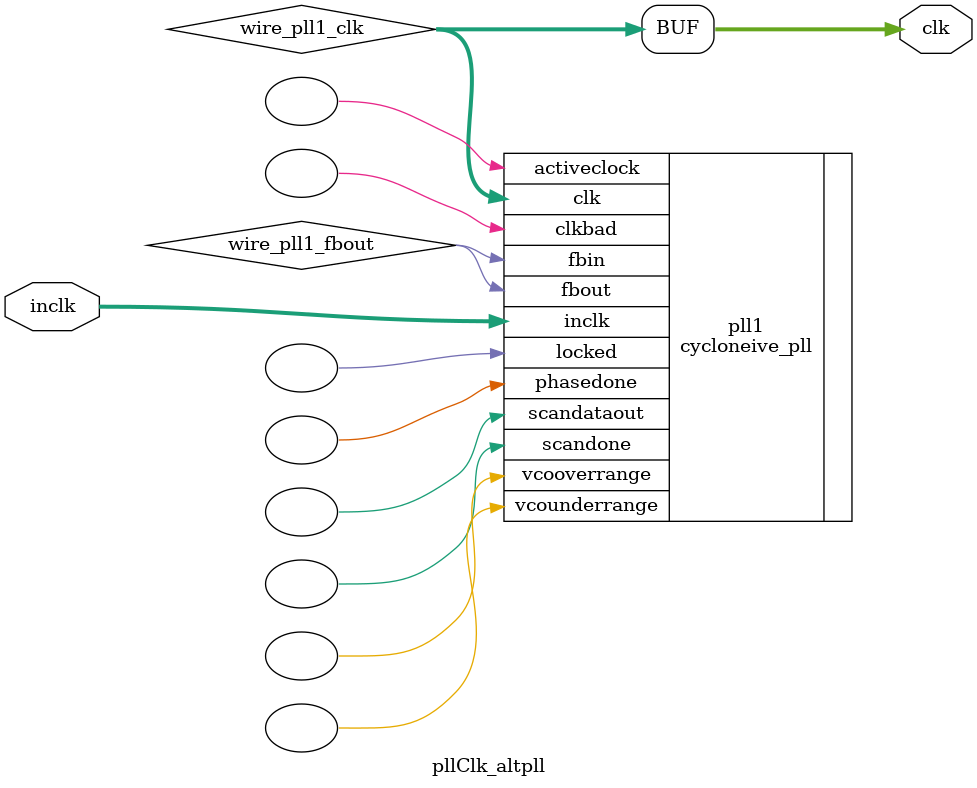
<source format=v>






//synthesis_resources = cycloneive_pll 1 
//synopsys translate_off
`timescale 1 ps / 1 ps
//synopsys translate_on
module  pllClk_altpll
	( 
	clk,
	inclk) /* synthesis synthesis_clearbox=1 */;
	output   [4:0]  clk;
	input   [1:0]  inclk;
`ifndef ALTERA_RESERVED_QIS
// synopsys translate_off
`endif
	tri0   [1:0]  inclk;
`ifndef ALTERA_RESERVED_QIS
// synopsys translate_on
`endif

	wire  [4:0]   wire_pll1_clk;
	wire  wire_pll1_fbout;

	cycloneive_pll   pll1
	( 
	.activeclock(),
	.clk(wire_pll1_clk),
	.clkbad(),
	.fbin(wire_pll1_fbout),
	.fbout(wire_pll1_fbout),
	.inclk(inclk),
	.locked(),
	.phasedone(),
	.scandataout(),
	.scandone(),
	.vcooverrange(),
	.vcounderrange()
	`ifndef FORMAL_VERIFICATION
	// synopsys translate_off
	`endif
	,
	.areset(1'b0),
	.clkswitch(1'b0),
	.configupdate(1'b0),
	.pfdena(1'b1),
	.phasecounterselect({3{1'b0}}),
	.phasestep(1'b0),
	.phaseupdown(1'b0),
	.scanclk(1'b0),
	.scanclkena(1'b1),
	.scandata(1'b0)
	`ifndef FORMAL_VERIFICATION
	// synopsys translate_on
	`endif
	);
	defparam
		pll1.bandwidth_type = "auto",
		pll1.clk0_divide_by = 25,
		pll1.clk0_duty_cycle = 50,
		pll1.clk0_multiply_by = 1,
		pll1.clk0_phase_shift = "0",
		pll1.clk1_divide_by = 25,
		pll1.clk1_duty_cycle = 50,
		pll1.clk1_multiply_by = 1,
		pll1.clk1_phase_shift = "250000",
		pll1.clk2_divide_by = 50,
		pll1.clk2_duty_cycle = 50,
		pll1.clk2_multiply_by = 1,
		pll1.clk2_phase_shift = "0",
		pll1.clk3_divide_by = 50,
		pll1.clk3_duty_cycle = 50,
		pll1.clk3_multiply_by = 1,
		pll1.clk3_phase_shift = "500000",
		pll1.compensate_clock = "clk0",
		pll1.inclk0_input_frequency = 20000,
		pll1.operation_mode = "normal",
		pll1.pll_type = "auto",
		pll1.lpm_type = "cycloneive_pll";
	assign
		clk = {wire_pll1_clk[4:0]};
endmodule //pllClk_altpll
//VALID FILE

</source>
